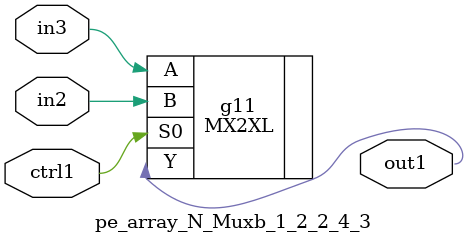
<source format=v>
`timescale 1ps / 1ps


module pe_array_N_Muxb_1_2_2_4_3(in3, in2, ctrl1, out1);
  input in3, in2, ctrl1;
  output out1;
  wire in3, in2, ctrl1;
  wire out1;
  MX2XL g11(.A (in3), .B (in2), .S0 (ctrl1), .Y (out1));
endmodule



</source>
